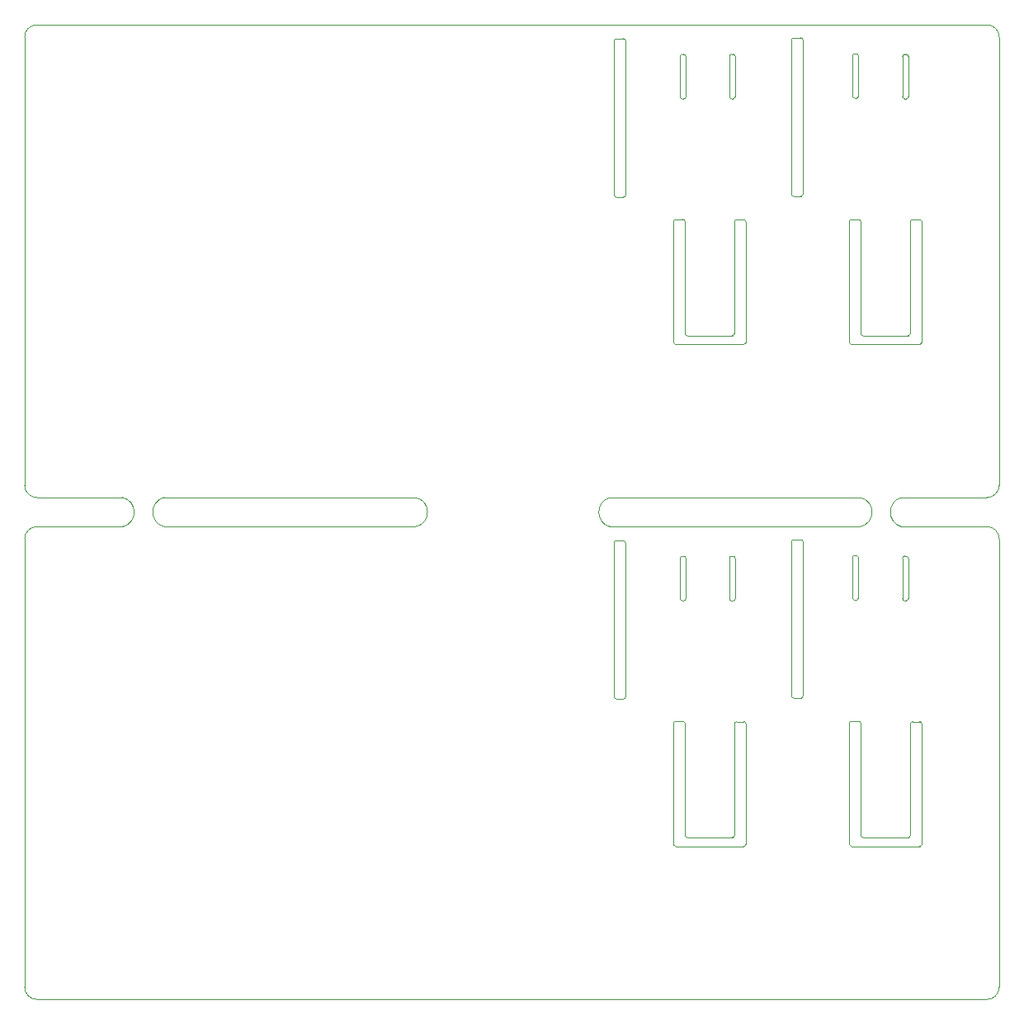
<source format=gbr>
G04 #@! TF.GenerationSoftware,KiCad,Pcbnew,5.1.9-73d0e3b20d~88~ubuntu18.04.1*
G04 #@! TF.CreationDate,2021-04-02T00:43:31+03:00*
G04 #@! TF.ProjectId,electra-100x100mm-2x1-panel,656c6563-7472-4612-9d31-303078313030,1*
G04 #@! TF.SameCoordinates,Original*
G04 #@! TF.FileFunction,Profile,NP*
%FSLAX46Y46*%
G04 Gerber Fmt 4.6, Leading zero omitted, Abs format (unit mm)*
G04 Created by KiCad (PCBNEW 5.1.9-73d0e3b20d~88~ubuntu18.04.1) date 2021-04-02 00:43:31*
%MOMM*%
%LPD*%
G01*
G04 APERTURE LIST*
G04 #@! TA.AperFunction,Profile*
%ADD10C,0.050000*%
G04 #@! TD*
G04 APERTURE END LIST*
D10*
X190765600Y-115638800D02*
X190905600Y-115633800D01*
X173564600Y-144562800D02*
X178195600Y-144562800D01*
X191385600Y-132867800D02*
X191385600Y-144337800D01*
X191610600Y-144562800D02*
X196241600Y-144562800D01*
X167016600Y-130352800D02*
X166291600Y-130352800D01*
X173426600Y-120053800D02*
G75*
G02*
X173201600Y-120278800I-225000J0D01*
G01*
X190540600Y-119993800D02*
X190540600Y-115863800D01*
X172389600Y-132642800D02*
X173114600Y-132642800D01*
X190210600Y-145237800D02*
X190210600Y-132867800D01*
X178651600Y-132672800D02*
X179376600Y-132672800D01*
X172389600Y-145462800D02*
G75*
G02*
X172164600Y-145237800I0J225000D01*
G01*
X191160600Y-132642800D02*
G75*
G02*
X191385600Y-132867800I0J-225000D01*
G01*
X184504600Y-130261800D02*
G75*
G02*
X184279600Y-130036800I0J225000D01*
G01*
X197422600Y-145462800D02*
X190435600Y-145462800D01*
X179376600Y-132672800D02*
G75*
G02*
X179601600Y-132897800I0J-225000D01*
G01*
X173061600Y-120278800D02*
G75*
G02*
X172836600Y-120053800I0J225000D01*
G01*
X191610600Y-144562800D02*
G75*
G02*
X191385600Y-144337800I0J225000D01*
G01*
X185454600Y-130036800D02*
G75*
G02*
X185229600Y-130261800I-225000J0D01*
G01*
X196472600Y-132897800D02*
G75*
G02*
X196697600Y-132672800I225000J0D01*
G01*
X195660600Y-115913800D02*
G75*
G02*
X195885600Y-115688800I225000J0D01*
G01*
X190435600Y-132642800D02*
X191160600Y-132642800D01*
X196025600Y-115683800D02*
G75*
G02*
X196250600Y-115908800I0J-225000D01*
G01*
X197422600Y-132672800D02*
G75*
G02*
X197647600Y-132897800I0J-225000D01*
G01*
X196020600Y-120268800D02*
X195885600Y-120268800D01*
X184279600Y-114236800D02*
G75*
G02*
X184504600Y-114011800I225000J0D01*
G01*
X197647600Y-145237800D02*
G75*
G02*
X197422600Y-145462800I-225000J0D01*
G01*
X195885600Y-115688800D02*
X196025600Y-115683800D01*
X177902600Y-120053800D02*
X177902600Y-115923800D01*
X177902600Y-115923800D02*
G75*
G02*
X178127600Y-115698800I225000J0D01*
G01*
X173339600Y-132867800D02*
X173339600Y-144337800D01*
X173564600Y-144562800D02*
G75*
G02*
X173339600Y-144337800I0J225000D01*
G01*
X178492600Y-120053800D02*
G75*
G02*
X178267600Y-120278800I-225000J0D01*
G01*
X179376600Y-145462800D02*
X172389600Y-145462800D01*
X190905600Y-115633800D02*
G75*
G02*
X191130600Y-115858800I0J-225000D01*
G01*
X166066600Y-114327800D02*
G75*
G02*
X166291600Y-114102800I225000J0D01*
G01*
X191130600Y-115858800D02*
X191130600Y-119993800D01*
X197647600Y-132897800D02*
X197647600Y-145237800D01*
X166291600Y-114102800D02*
X167016600Y-114102800D01*
X190210600Y-132867800D02*
G75*
G02*
X190435600Y-132642800I225000J0D01*
G01*
X184504600Y-114011800D02*
X185229600Y-114011800D01*
X172164600Y-132867800D02*
G75*
G02*
X172389600Y-132642800I225000J0D01*
G01*
X178267600Y-115693800D02*
G75*
G02*
X178492600Y-115918800I0J-225000D01*
G01*
X179601600Y-145237800D02*
G75*
G02*
X179376600Y-145462800I-225000J0D01*
G01*
X173201600Y-115693800D02*
G75*
G02*
X173426600Y-115918800I0J-225000D01*
G01*
X173114600Y-132642800D02*
G75*
G02*
X173339600Y-132867800I0J-225000D01*
G01*
X178420600Y-144337800D02*
G75*
G02*
X178195600Y-144562800I-225000J0D01*
G01*
X167241600Y-114327800D02*
X167241600Y-130127800D01*
X167241600Y-130127800D02*
G75*
G02*
X167016600Y-130352800I-225000J0D01*
G01*
X173196600Y-120278800D02*
X173061600Y-120278800D01*
X178426600Y-132897800D02*
G75*
G02*
X178651600Y-132672800I225000J0D01*
G01*
X172836600Y-120053800D02*
X172836600Y-115923800D01*
X166066600Y-130127800D02*
X166066600Y-114327800D01*
X178262600Y-120278800D02*
X178127600Y-120278800D01*
X184279600Y-130036800D02*
X184279600Y-114236800D01*
X173061600Y-115698800D02*
X173201600Y-115693800D01*
X196697600Y-132672800D02*
X197422600Y-132672800D01*
X178127600Y-115698800D02*
X178267600Y-115693800D01*
X179601600Y-132897800D02*
X179601600Y-145237800D01*
X173426600Y-115918800D02*
X173426600Y-120053800D01*
X195885600Y-120268800D02*
G75*
G02*
X195660600Y-120043800I0J225000D01*
G01*
X190900600Y-120218800D02*
X190765600Y-120218800D01*
X185229600Y-130261800D02*
X184504600Y-130261800D01*
X196250600Y-120043800D02*
G75*
G02*
X196025600Y-120268800I-225000J0D01*
G01*
X178127600Y-120278800D02*
G75*
G02*
X177902600Y-120053800I0J225000D01*
G01*
X172836600Y-115923800D02*
G75*
G02*
X173061600Y-115698800I225000J0D01*
G01*
X178420600Y-144337800D02*
X178426600Y-132897800D01*
X185454600Y-114236800D02*
X185454600Y-130036800D01*
X190540600Y-115863800D02*
G75*
G02*
X190765600Y-115638800I225000J0D01*
G01*
X166291600Y-130352800D02*
G75*
G02*
X166066600Y-130127800I0J225000D01*
G01*
X196466600Y-144337800D02*
G75*
G02*
X196241600Y-144562800I-225000J0D01*
G01*
X196250600Y-115908800D02*
X196250600Y-120043800D01*
X167016600Y-114102800D02*
G75*
G02*
X167241600Y-114327800I0J-225000D01*
G01*
X185229600Y-114011800D02*
G75*
G02*
X185454600Y-114236800I0J-225000D01*
G01*
X172164600Y-145237800D02*
X172164600Y-132867800D01*
X195660600Y-120043800D02*
X195660600Y-115913800D01*
X190765600Y-120218800D02*
G75*
G02*
X190540600Y-119993800I0J225000D01*
G01*
X178492600Y-115918800D02*
X178492600Y-120053800D01*
X196466600Y-144337800D02*
X196472600Y-132897800D01*
X190435600Y-145462800D02*
G75*
G02*
X190210600Y-145237800I0J225000D01*
G01*
X191130600Y-119993800D02*
G75*
G02*
X190905600Y-120218800I-225000J0D01*
G01*
X165630198Y-112674226D02*
G75*
G02*
X165630100Y-109674202I424902J1500026D01*
G01*
X165630099Y-109674201D02*
X191280100Y-109674202D01*
X145630099Y-112674198D02*
X119880099Y-112674198D01*
X145630101Y-109674202D02*
G75*
G02*
X145630099Y-112674198I-225001J-1499998D01*
G01*
X191280100Y-109674202D02*
G75*
G02*
X191280098Y-112674198I-275000J-1499998D01*
G01*
X195530100Y-112674199D02*
G75*
G02*
X195530101Y-109674201I450000J1499999D01*
G01*
X119880100Y-112674198D02*
G75*
G02*
X119880101Y-109674201I400000J1499998D01*
G01*
X115630100Y-109674201D02*
G75*
G02*
X115630099Y-112674199I-350000J-1499999D01*
G01*
X115630100Y-109674201D02*
X106830100Y-109674200D01*
X115630099Y-112674199D02*
X106830100Y-112674200D01*
X204330100Y-112674200D02*
X195530100Y-112674199D01*
X204330100Y-109674200D02*
X195530101Y-109674201D01*
X105580100Y-113924200D02*
G75*
G02*
X106830100Y-112674200I1250000J0D01*
G01*
X106830100Y-161174200D02*
G75*
G02*
X105580100Y-159924200I0J1250000D01*
G01*
X205580100Y-159924200D02*
G75*
G02*
X204330100Y-161174200I-1250000J0D01*
G01*
X204330100Y-112674200D02*
G75*
G02*
X205580100Y-113924200I0J-1250000D01*
G01*
X105580100Y-113924200D02*
X105580100Y-159924200D01*
X106830100Y-161174200D02*
X204330100Y-161174200D01*
X205580100Y-159924200D02*
X205580100Y-113924200D01*
X191280098Y-112674198D02*
X165630101Y-112674572D01*
X204330100Y-61174200D02*
G75*
G02*
X205580100Y-62424200I0J-1250000D01*
G01*
X205580100Y-108424200D02*
G75*
G02*
X204330100Y-109674200I-1250000J0D01*
G01*
X106830100Y-109674200D02*
G75*
G02*
X105580100Y-108424200I0J1250000D01*
G01*
X105580100Y-62424200D02*
G75*
G02*
X106830100Y-61174200I1250000J0D01*
G01*
X204330100Y-61174200D02*
X106830100Y-61174200D01*
X205580100Y-108424200D02*
X205580100Y-62424200D01*
X119880102Y-109674203D02*
X145630101Y-109674202D01*
X105580100Y-62424200D02*
X105580100Y-108424200D01*
X178420600Y-92837800D02*
G75*
G02*
X178195600Y-93062800I-225000J0D01*
G01*
X178426600Y-81397800D02*
G75*
G02*
X178651600Y-81172800I225000J0D01*
G01*
X173564600Y-93062800D02*
X178195600Y-93062800D01*
X178651600Y-81172800D02*
X179376600Y-81172800D01*
X178420600Y-92837800D02*
X178426600Y-81397800D01*
X179601600Y-81397800D02*
X179601600Y-93737800D01*
X172389600Y-93962800D02*
G75*
G02*
X172164600Y-93737800I0J225000D01*
G01*
X179601600Y-93737800D02*
G75*
G02*
X179376600Y-93962800I-225000J0D01*
G01*
X173114600Y-81142800D02*
G75*
G02*
X173339600Y-81367800I0J-225000D01*
G01*
X172389600Y-81142800D02*
X173114600Y-81142800D01*
X173564600Y-93062800D02*
G75*
G02*
X173339600Y-92837800I0J225000D01*
G01*
X172164600Y-93737800D02*
X172164600Y-81367800D01*
X173339600Y-81367800D02*
X173339600Y-92837800D01*
X179376600Y-93962800D02*
X172389600Y-93962800D01*
X179376600Y-81172800D02*
G75*
G02*
X179601600Y-81397800I0J-225000D01*
G01*
X172164600Y-81367800D02*
G75*
G02*
X172389600Y-81142800I225000J0D01*
G01*
X191610600Y-93062800D02*
G75*
G02*
X191385600Y-92837800I0J225000D01*
G01*
X196466600Y-92837800D02*
G75*
G02*
X196241600Y-93062800I-225000J0D01*
G01*
X185229600Y-62511800D02*
G75*
G02*
X185454600Y-62736800I0J-225000D01*
G01*
X184504600Y-62511800D02*
X185229600Y-62511800D01*
X185454600Y-62736800D02*
X185454600Y-78536800D01*
X185229600Y-78761800D02*
X184504600Y-78761800D01*
X184279600Y-78536800D02*
X184279600Y-62736800D01*
X184279600Y-62736800D02*
G75*
G02*
X184504600Y-62511800I225000J0D01*
G01*
X184504600Y-78761800D02*
G75*
G02*
X184279600Y-78536800I0J225000D01*
G01*
X185454600Y-78536800D02*
G75*
G02*
X185229600Y-78761800I-225000J0D01*
G01*
X196697600Y-81172800D02*
X197422600Y-81172800D01*
X197647600Y-81397800D02*
X197647600Y-93737800D01*
X196466600Y-92837800D02*
X196472600Y-81397800D01*
X196472600Y-81397800D02*
G75*
G02*
X196697600Y-81172800I225000J0D01*
G01*
X197422600Y-81172800D02*
G75*
G02*
X197647600Y-81397800I0J-225000D01*
G01*
X190435600Y-81142800D02*
X191160600Y-81142800D01*
X191385600Y-81367800D02*
X191385600Y-92837800D01*
X190210600Y-93737800D02*
X190210600Y-81367800D01*
X190210600Y-81367800D02*
G75*
G02*
X190435600Y-81142800I225000J0D01*
G01*
X191160600Y-81142800D02*
G75*
G02*
X191385600Y-81367800I0J-225000D01*
G01*
X197647600Y-93737800D02*
G75*
G02*
X197422600Y-93962800I-225000J0D01*
G01*
X190435600Y-93962800D02*
G75*
G02*
X190210600Y-93737800I0J225000D01*
G01*
X191610600Y-93062800D02*
X196241600Y-93062800D01*
X197422600Y-93962800D02*
X190435600Y-93962800D01*
X196025600Y-64183800D02*
G75*
G02*
X196250600Y-64408800I0J-225000D01*
G01*
X195660600Y-64413800D02*
G75*
G02*
X195885600Y-64188800I225000J0D01*
G01*
X195885600Y-68768800D02*
G75*
G02*
X195660600Y-68543800I0J225000D01*
G01*
X196020600Y-68768800D02*
X195885600Y-68768800D01*
X195660600Y-68543800D02*
X195660600Y-64413800D01*
X196250600Y-68543800D02*
G75*
G02*
X196025600Y-68768800I-225000J0D01*
G01*
X195885600Y-64188800D02*
X196025600Y-64183800D01*
X196250600Y-64408800D02*
X196250600Y-68543800D01*
X190905600Y-64133800D02*
G75*
G02*
X191130600Y-64358800I0J-225000D01*
G01*
X190540600Y-64363800D02*
G75*
G02*
X190765600Y-64138800I225000J0D01*
G01*
X190765600Y-68718800D02*
G75*
G02*
X190540600Y-68493800I0J225000D01*
G01*
X190900600Y-68718800D02*
X190765600Y-68718800D01*
X190540600Y-68493800D02*
X190540600Y-64363800D01*
X191130600Y-68493800D02*
G75*
G02*
X190905600Y-68718800I-225000J0D01*
G01*
X190765600Y-64138800D02*
X190905600Y-64133800D01*
X191130600Y-64358800D02*
X191130600Y-68493800D01*
X178267600Y-64193800D02*
G75*
G02*
X178492600Y-64418800I0J-225000D01*
G01*
X177902600Y-64423800D02*
G75*
G02*
X178127600Y-64198800I225000J0D01*
G01*
X178127600Y-68778800D02*
G75*
G02*
X177902600Y-68553800I0J225000D01*
G01*
X178262600Y-68778800D02*
X178127600Y-68778800D01*
X177902600Y-68553800D02*
X177902600Y-64423800D01*
X178492600Y-68553800D02*
G75*
G02*
X178267600Y-68778800I-225000J0D01*
G01*
X178127600Y-64198800D02*
X178267600Y-64193800D01*
X178492600Y-64418800D02*
X178492600Y-68553800D01*
X173201600Y-64193800D02*
G75*
G02*
X173426600Y-64418800I0J-225000D01*
G01*
X172836600Y-64423800D02*
G75*
G02*
X173061600Y-64198800I225000J0D01*
G01*
X173196600Y-68778800D02*
X173061600Y-68778800D01*
X173426600Y-68553800D02*
G75*
G02*
X173201600Y-68778800I-225000J0D01*
G01*
X173061600Y-64198800D02*
X173201600Y-64193800D01*
X173061600Y-68778800D02*
G75*
G02*
X172836600Y-68553800I0J225000D01*
G01*
X173426600Y-64418800D02*
X173426600Y-68553800D01*
X172836600Y-68553800D02*
X172836600Y-64423800D01*
X167241600Y-78627800D02*
G75*
G02*
X167016600Y-78852800I-225000J0D01*
G01*
X166291600Y-78852800D02*
G75*
G02*
X166066600Y-78627800I0J225000D01*
G01*
X167016600Y-62602800D02*
G75*
G02*
X167241600Y-62827800I0J-225000D01*
G01*
X166066600Y-62827800D02*
G75*
G02*
X166291600Y-62602800I225000J0D01*
G01*
X166066600Y-78627800D02*
X166066600Y-62827800D01*
X167016600Y-78852800D02*
X166291600Y-78852800D01*
X167241600Y-62827800D02*
X167241600Y-78627800D01*
X166291600Y-62602800D02*
X167016600Y-62602800D01*
M02*

</source>
